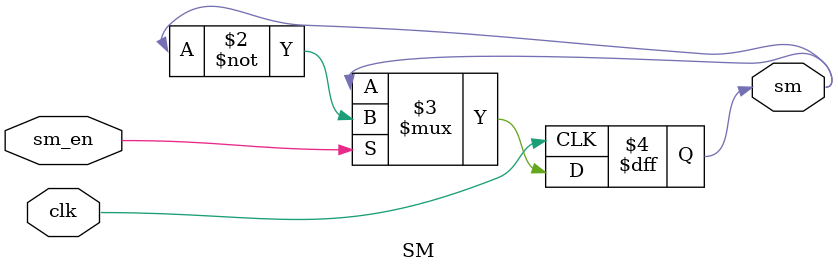
<source format=v>
module SM (
    input clk, sm_en,
    output reg sm
  );
  always @(negedge clk)
  begin
    sm <= sm_en ? ~sm : sm;
  end
endmodule

</source>
